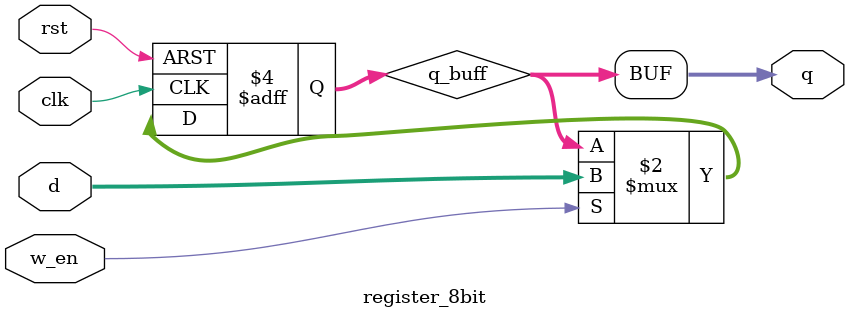
<source format=sv>
`timescale 1ns / 1ps
module register_8bit(
    input clk,
    input rst,
    input logic w_en,
    input logic [7:0] d,    // write data
    output logic [7:0] q    // read data
    );

    logic [7:0] q_buff;

    assign q = q_buff;

    always_ff @(posedge clk or posedge rst) begin
        if (rst) begin
            q_buff <= 0;
        end else if (w_en) begin
            q_buff <= d;
        // end else begin
            // q <= q_buff;
        end
    end
endmodule

</source>
